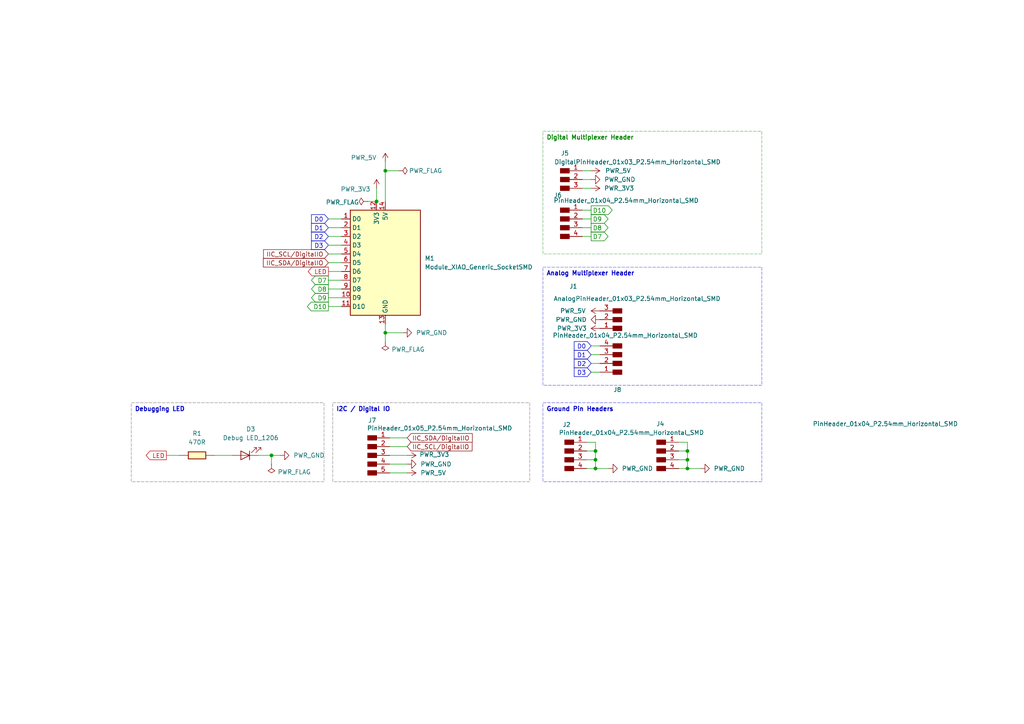
<source format=kicad_sch>
(kicad_sch (version 20231120) (generator "eeschema") (generator_version "8.0")
  (paper "A4")
  (lib_symbols
    (symbol "fab:LED_1206" (pin_numbers hide) (pin_names (offset 1.016) hide)
      (property "Reference" "D" (at 0 2.54 0))
      (property "Value" "LED_1206" (at 0 -2.54 0))
      (symbol "LED_1206_0_1"
        (polyline (pts (xy -1.27 -1.27) (xy -1.27 1.27)) (stroke (width 0.2032)))
        (polyline (pts (xy -1.27 0) (xy 1.27 0)))
        (polyline (pts (xy 1.27 -1.27) (xy 1.27 1.27) (xy -1.27 0) (xy 1.27 -1.27)) (stroke (width 0.2032)))
        (polyline (pts (xy -3.048 -0.762) (xy -4.572 -2.286) (xy -3.81 -2.286) (xy -4.572 -2.286) (xy -4.572 -1.524)))
        (polyline (pts (xy -1.778 -0.762) (xy -3.302 -2.286) (xy -2.54 -2.286) (xy -3.302 -2.286) (xy -3.302 -1.524)))
      )
      (symbol "LED_1206_1_1"
        (pin passive line (at -3.81 0 0) (length 2.54) (name "K") (number "1"))
        (pin passive line (at 3.81 0 180) (length 2.54) (name "A") (number "2"))
      )
    )
    (symbol "fab:Module_XIAO_Generic_SocketSMD"
      (property "Reference" "M" (at -10.16 16.51 0))
      (property "Value" "Module_XIAO_Generic_SocketSMD" (at 1.27 16.51 0))
      (symbol "Module_XIAO_Generic_SocketSMD_1_1"
        (rectangle (start -10.16 15.24) (end 10.16 -15.24) (stroke (width 0.254)) (fill (type background)))
        (pin bidirectional line (at -12.7 12.7 0) (length 2.54) (name "D0") (number "1"))
        (pin bidirectional line (at -12.7 -10.16 0) (length 2.54) (name "D9") (number "10"))
        (pin bidirectional line (at -12.7 -12.7 0) (length 2.54) (name "D10") (number "11"))
        (pin power_in line (at -2.54 17.78 270) (length 2.54) (name "3V3") (number "12"))
        (pin power_in line (at 0 -17.78 90) (length 2.54) (name "GND") (number "13"))
        (pin power_in line (at 0 17.78 270) (length 2.54) (name "5V") (number "14"))
        (pin bidirectional line (at -12.7 10.16 0) (length 2.54) (name "D1") (number "2"))
        (pin bidirectional line (at -12.7 7.62 0) (length 2.54) (name "D2") (number "3"))
        (pin bidirectional line (at -12.7 5.08 0) (length 2.54) (name "D3") (number "4"))
        (pin bidirectional line (at -12.7 2.54 0) (length 2.54) (name "D4") (number "5"))
        (pin bidirectional line (at -12.7 0 0) (length 2.54) (name "D5") (number "6"))
        (pin bidirectional line (at -12.7 -2.54 0) (length 2.54) (name "D6") (number "7"))
        (pin bidirectional line (at -12.7 -5.08 0) (length 2.54) (name "D7") (number "8"))
        (pin bidirectional line (at -12.7 -7.62 0) (length 2.54) (name "D8") (number "9"))
      )
    )
    (symbol "fab:PWR_3V3" (power) (pin_names (offset 0))
      (property "Value" "PWR_3V3" (at 0 3.556 0))
      (symbol "PWR_3V3_0_1"
        (polyline (pts (xy -0.762 1.27) (xy 0 2.54)))
        (polyline (pts (xy 0 0) (xy 0 2.54)))
        (polyline (pts (xy 0 2.54) (xy 0.762 1.27)))
      )
      (symbol "PWR_3V3_1_1"
        (pin power_in line (at 0 0 90) (length 0) hide (name "PWR_3V3") (number "1"))
      )
    )
    (symbol "fab:PWR_5V" (power) (pin_names (offset 0))
      (property "Value" "PWR_5V" (at 0 3.556 0))
      (symbol "PWR_5V_0_1"
        (polyline (pts (xy -0.762 1.27) (xy 0 2.54)))
        (polyline (pts (xy 0 0) (xy 0 2.54)))
        (polyline (pts (xy 0 2.54) (xy 0.762 1.27)))
      )
      (symbol "PWR_5V_1_1"
        (pin power_in line (at 0 0 90) (length 0) hide (name "PWR_5V") (number "1"))
      )
    )
    (symbol "fab:PWR_FLAG" (power) (pin_numbers hide) (pin_names (offset 0) hide)
      (property "Value" "PWR_FLAG" (at 0 3.81 0))
      (symbol "PWR_FLAG_0_1"
        (polyline (pts (xy 0 0) (xy 0 1.27) (xy -1.016 1.905) (xy 0 2.54) (xy 1.016 1.905) (xy 0 1.27)))
      )
      (symbol "PWR_FLAG_1_0"
        (pin power_out line (at 0 0 90) (length 0) (name "PWR_FLAG") (number "1"))
      )
    )
    (symbol "fab:PWR_GND" (power) (pin_names (offset 0))
      (property "Value" "PWR_GND" (at 0 -3.81 0))
      (symbol "PWR_GND_0_1"
        (polyline (pts (xy 0 0) (xy 0 -1.27) (xy 1.27 -1.27) (xy 0 -2.54) (xy -1.27 -1.27) (xy 0 -1.27)))
      )
      (symbol "PWR_GND_1_1"
        (pin power_in line (at 0 0 270) (length 0) hide (name "PWR_GND") (number "1"))
      )
    )
    (symbol "fab:PinHeader_01x03_P2.54mm_Horizontal_SMD" (pin_names hide)
      (property "Reference" "J" (at 0 5.08 0))
      (property "Value" "PinHeader_01x03_P2.54mm_Horizontal_SMD" (at 0 -5.08 0))
      (symbol "PinHeader_01x03_P2.54mm_Horizontal_SMD_1_1"
        (rectangle (start -1.27 -1.905) (end 1.27 -3.175) (stroke (width 0.254)) (fill (type outline)))
        (rectangle (start -1.27 0.635) (end 1.27 -0.635) (stroke (width 0.254)) (fill (type outline)))
        (rectangle (start -1.27 3.175) (end 1.27 1.905) (stroke (width 0.254)) (fill (type outline)))
        (pin passive line (at 5.08 2.54 180) (length 3.81) (name "Pin_1") (number "1"))
        (pin passive line (at 5.08 0 180) (length 3.81) (name "Pin_2") (number "2"))
        (pin passive line (at 5.08 -2.54 180) (length 3.81) (name "Pin_3") (number "3"))
      )
    )
    (symbol "fab:PinHeader_01x04_P2.54mm_Horizontal_SMD" (pin_names hide)
      (property "Reference" "J" (at 0 5.08 0))
      (property "Value" "PinHeader_01x04_P2.54mm_Horizontal_SMD" (at 0 -7.62 0))
      (symbol "PinHeader_01x04_P2.54mm_Horizontal_SMD_1_1"
        (rectangle (start -1.27 -4.445) (end 1.27 -5.715) (stroke (width 0.254)) (fill (type outline)))
        (rectangle (start -1.27 -1.905) (end 1.27 -3.175) (stroke (width 0.254)) (fill (type outline)))
        (rectangle (start -1.27 0.635) (end 1.27 -0.635) (stroke (width 0.254)) (fill (type outline)))
        (rectangle (start -1.27 3.175) (end 1.27 1.905) (stroke (width 0.254)) (fill (type outline)))
        (pin passive line (at 5.08 2.54 180) (length 3.81) (name "Pin_1") (number "1"))
        (pin passive line (at 5.08 0 180) (length 3.81) (name "Pin_2") (number "2"))
        (pin passive line (at 5.08 -2.54 180) (length 3.81) (name "Pin_3") (number "3"))
        (pin passive line (at 5.08 -5.08 180) (length 3.81) (name "Pin_4") (number "4"))
      )
    )
    (symbol "fab:PinHeader_01x05_P2.54mm_Horizontal_SMD" (pin_names hide)
      (property "Reference" "J" (at 0 7.62 0))
      (property "Value" "PinHeader_01x05_P2.54mm_Horizontal_SMD" (at 0 -7.62 0))
      (symbol "PinHeader_01x05_P2.54mm_Horizontal_SMD_1_1"
        (rectangle (start -1.27 -4.445) (end 1.27 -5.715) (stroke (width 0.254)) (fill (type outline)))
        (rectangle (start -1.27 -1.905) (end 1.27 -3.175) (stroke (width 0.254)) (fill (type outline)))
        (rectangle (start -1.27 0.635) (end 1.27 -0.635) (stroke (width 0.254)) (fill (type outline)))
        (rectangle (start -1.27 3.175) (end 1.27 1.905) (stroke (width 0.254)) (fill (type outline)))
        (rectangle (start -1.27 5.715) (end 1.27 4.445) (stroke (width 0.254)) (fill (type outline)))
        (pin passive line (at 5.08 5.08 180) (length 3.81) (name "Pin_1") (number "1"))
        (pin passive line (at 5.08 2.54 180) (length 3.81) (name "Pin_2") (number "2"))
        (pin passive line (at 5.08 0 180) (length 3.81) (name "Pin_3") (number "3"))
        (pin passive line (at 5.08 -2.54 180) (length 3.81) (name "Pin_4") (number "4"))
        (pin passive line (at 5.08 -5.08 180) (length 3.81) (name "Pin_5") (number "5"))
      )
    )
    (symbol "fab:R_1206" (pin_numbers hide) (pin_names (offset 0))
      (property "Reference" "R" (at 2.54 0 90))
      (property "Value" "R_1206" (at -2.54 0 90))
      (symbol "R_1206_0_1"
        (rectangle (start -1.016 -2.54) (end 1.016 2.54) (stroke (width 0.254)) (fill (type background)))
      )
      (symbol "R_1206_1_1"
        (pin passive line (at 0 5.08 270) (length 2.54) (name "~") (number "1"))
        (pin passive line (at 0 -5.08 90) (length 2.54) (name "~") (number "2"))
      )
    )
  )
  (junction (at 111.76 96.52))
  (junction (at 109.22 58.42))
  (junction (at 172.72 130.81))
  (junction (at 199.39 133.35))
  (junction (at 172.72 135.89))
  (junction (at 78.74 132.08))
  (junction (at 172.72 133.35))
  (junction (at 199.39 135.89))
  (junction (at 111.76 49.53))
  (junction (at 199.39 130.81))
  (wire (pts (xy 170.18 135.89) (xy 172.72 135.89)))
  (wire (pts (xy 171.45 63.5) (xy 168.91 63.5)))
  (wire (pts (xy 95.25 66.04) (xy 99.06 66.04)))
  (wire (pts (xy 113.03 137.16) (xy 118.11 137.16)))
  (wire (pts (xy 78.74 132.08) (xy 78.74 134.62)))
  (wire (pts (xy 196.85 130.81) (xy 199.39 130.81)))
  (wire (pts (xy 170.18 133.35) (xy 172.72 133.35)))
  (wire (pts (xy 95.25 63.5) (xy 99.06 63.5)))
  (wire (pts (xy 62.23 132.08) (xy 67.31 132.08)))
  (wire (pts (xy 95.25 78.74) (xy 99.06 78.74)))
  (wire (pts (xy 196.85 135.89) (xy 199.39 135.89)))
  (wire (pts (xy 109.22 58.42) (xy 109.22 54.61)))
  (wire (pts (xy 99.06 86.36) (xy 95.25 86.36)))
  (wire (pts (xy 168.91 66.04) (xy 171.45 66.04)))
  (wire (pts (xy 99.06 73.66) (xy 95.25 73.66)))
  (wire (pts (xy 199.39 133.35) (xy 199.39 135.89)))
  (wire (pts (xy 116.84 96.52) (xy 111.76 96.52)))
  (wire (pts (xy 109.22 58.42) (xy 106.68 58.42)))
  (wire (pts (xy 171.45 100.33) (xy 173.99 100.33)))
  (wire (pts (xy 171.45 54.61) (xy 168.91 54.61)))
  (wire (pts (xy 171.45 107.95) (xy 173.99 107.95)))
  (wire (pts (xy 111.76 96.52) (xy 111.76 93.98)))
  (wire (pts (xy 111.76 58.42) (xy 111.76 49.53)))
  (wire (pts (xy 111.76 99.06) (xy 111.76 96.52)))
  (wire (pts (xy 99.06 71.12) (xy 95.25 71.12)))
  (wire (pts (xy 168.91 68.58) (xy 171.45 68.58)))
  (wire (pts (xy 113.03 134.62) (xy 118.11 134.62)))
  (wire (pts (xy 172.72 128.27) (xy 172.72 130.81)))
  (wire (pts (xy 196.85 128.27) (xy 199.39 128.27)))
  (wire (pts (xy 99.06 81.28) (xy 95.25 81.28)))
  (wire (pts (xy 99.06 68.58) (xy 95.25 68.58)))
  (wire (pts (xy 171.45 102.87) (xy 173.99 102.87)))
  (wire (pts (xy 170.18 130.81) (xy 172.72 130.81)))
  (wire (pts (xy 74.93 132.08) (xy 78.74 132.08)))
  (wire (pts (xy 171.45 105.41) (xy 173.99 105.41)))
  (wire (pts (xy 199.39 130.81) (xy 199.39 133.35)))
  (wire (pts (xy 168.91 52.07) (xy 171.45 52.07)))
  (wire (pts (xy 113.03 129.54) (xy 118.11 129.54)))
  (wire (pts (xy 113.03 132.08) (xy 118.11 132.08)))
  (wire (pts (xy 172.72 133.35) (xy 172.72 135.89)))
  (wire (pts (xy 171.45 60.96) (xy 168.91 60.96)))
  (wire (pts (xy 111.76 49.53) (xy 111.76 46.99)))
  (wire (pts (xy 113.03 127) (xy 118.11 127)))
  (wire (pts (xy 171.45 49.53) (xy 168.91 49.53)))
  (wire (pts (xy 203.2 135.89) (xy 199.39 135.89)))
  (wire (pts (xy 170.18 128.27) (xy 172.72 128.27)))
  (wire (pts (xy 199.39 128.27) (xy 199.39 130.81)))
  (wire (pts (xy 78.74 132.08) (xy 81.28 132.08)))
  (wire (pts (xy 48.26 132.08) (xy 52.07 132.08)))
  (wire (pts (xy 95.25 88.9) (xy 99.06 88.9)))
  (wire (pts (xy 172.72 130.81) (xy 172.72 133.35)))
  (wire (pts (xy 99.06 83.82) (xy 95.25 83.82)))
  (wire (pts (xy 176.53 135.89) (xy 172.72 135.89)))
  (wire (pts (xy 99.06 76.2) (xy 95.25 76.2)))
  (wire (pts (xy 196.85 133.35) (xy 199.39 133.35)))
  (wire (pts (xy 115.57 49.53) (xy 111.76 49.53)))
  (text_box "Analog Multiplexer Header" (at 157.48 77.47 0) (size 63.5 34.29) (stroke (width 0.0254) (type dash) (color 0 0 194 1)) (effects (font (size 1.27 1.27) (thickness 0.254) (bold yes)) (justify left top)))
  (text_box "I2C / Digital IO" (at 96.52 116.84 0) (size 57.15 22.86) (stroke (width 0.0254) (type dash) (color 72 72 72 1)) (effects (font (size 1.27 1.27) (thickness 0.254) (bold yes)) (justify left top)))
  (text_box "Ground Pin Headers" (at 157.48 116.84 0) (size 63.5 22.86) (stroke (width 0.0254) (type dash) (color 0 0 194 1)) (effects (font (size 1.27 1.27) (thickness 0.254) (bold yes)) (justify left top)))
  (text_box "Digital Multiplexer Header" (at 157.48 38.1 0) (size 63.5 35.56) (stroke (width 0.0254) (type dash) (color 0 132 0 1)) (effects (font (size 1.27 1.27) (thickness 0.254) (bold yes)) (justify left top)))
  (text_box "Debugging LED" (at 38.1 116.84 0) (size 55.88 22.86) (stroke (width 0.0254) (type dash) (color 72 72 72 1)) (effects (font (size 1.27 1.27) (thickness 0.254) (bold yes)) (justify left top)))
  (global_label "D0" (shape input) (at 171.45 100.33 180) (property "Intersheetrefs" "${INTERSHEET_REFS}" (effects (hide yes))))
  (global_label "D1" (shape input) (at 171.45 102.87 180) (property "Intersheetrefs" "${INTERSHEET_REFS}" (effects (hide yes))))
  (global_label "D8" (shape output) (at 171.45 66.04 0) (property "Intersheetrefs" "${INTERSHEET_REFS}" (effects (hide yes))))
  (global_label "LED" (shape output) (at 95.25 78.74 180) (property "Intersheetrefs" "${INTERSHEET_REFS}" (effects (hide yes))))
  (global_label "D9" (shape output) (at 171.45 63.5 0) (property "Intersheetrefs" "${INTERSHEET_REFS}" (effects (hide yes))))
  (global_label "IIC_SDA{slash}DigitalIO" (shape input) (at 118.11 127 0) (property "Intersheetrefs" "${INTERSHEET_REFS}" (effects (hide yes))))
  (global_label "IIC_SDA{slash}DigitalIO" (shape input) (at 95.25 76.2 180) (property "Intersheetrefs" "${INTERSHEET_REFS}" (effects (hide yes))))
  (global_label "D2" (shape input) (at 171.45 105.41 180) (property "Intersheetrefs" "${INTERSHEET_REFS}" (effects (hide yes))))
  (global_label "D3" (shape input) (at 95.25 71.12 180) (property "Intersheetrefs" "${INTERSHEET_REFS}" (effects (hide yes))))
  (global_label "IIC_SCL{slash}DigitalIO" (shape input) (at 95.25 73.66 180) (property "Intersheetrefs" "${INTERSHEET_REFS}" (effects (hide yes))))
  (global_label "IIC_SCL{slash}DigitalIO" (shape input) (at 118.11 129.54 0) (property "Intersheetrefs" "${INTERSHEET_REFS}" (effects (hide yes))))
  (global_label "D2" (shape input) (at 95.25 68.58 180) (property "Intersheetrefs" "${INTERSHEET_REFS}" (effects (hide yes))))
  (global_label "D7" (shape output) (at 171.45 68.58 0) (property "Intersheetrefs" "${INTERSHEET_REFS}" (effects (hide yes))))
  (global_label "D9" (shape output) (at 95.25 86.36 180) (property "Intersheetrefs" "${INTERSHEET_REFS}" (effects (hide yes))))
  (global_label "D10" (shape output) (at 171.45 60.96 0) (property "Intersheetrefs" "${INTERSHEET_REFS}" (effects (hide yes))))
  (global_label "D3" (shape input) (at 171.45 107.95 180) (property "Intersheetrefs" "${INTERSHEET_REFS}" (effects (hide yes))))
  (global_label "D0" (shape input) (at 95.25 63.5 180) (property "Intersheetrefs" "${INTERSHEET_REFS}" (effects (hide yes))))
  (global_label "D7" (shape output) (at 95.25 81.28 180) (property "Intersheetrefs" "${INTERSHEET_REFS}" (effects (hide yes))))
  (global_label "D10" (shape output) (at 95.25 88.9 180) (property "Intersheetrefs" "${INTERSHEET_REFS}" (effects (hide yes))))
  (global_label "D1" (shape input) (at 95.25 66.04 180) (property "Intersheetrefs" "${INTERSHEET_REFS}" (effects (hide yes))))
  (global_label "LED" (shape output) (at 48.26 132.08 180) (property "Intersheetrefs" "${INTERSHEET_REFS}" (effects (hide yes))))
  (global_label "D8" (shape output) (at 95.25 83.82 180) (property "Intersheetrefs" "${INTERSHEET_REFS}" (effects (hide yes))))
  (symbol (lib_id "fab:PWR_3V3") (at 173.99 95.25 90) (unit 1)
    (property "Reference" "#PWR8" (effects (hide yes)))
    (property "Value" "PWR_3V3" (at 165.862 95.25 90))
    (property "Description" "Power symbol creates a global label with name \"+3V3\"" (effects (hide yes)))
  )
  (symbol (lib_id "fab:PinHeader_01x04_P2.54mm_Horizontal_SMD") (at 179.07 105.41 180) (unit 1)
    (property "Reference" "J8" (at 179.07 113.03 0))
    (property "Value" "PinHeader_01x04_P2.54mm_Horizontal_SMD" (at 181.356 97.282 0))
    (property "Footprint" "fab:PinHeader_01x04_P2.54mm_Horizontal_SMD" (effects (hide yes)))
    (property "Description" "Male connector, single row" (effects (hide yes)))
  )
  (symbol (lib_id "fab:PinHeader_01x04_P2.54mm_Horizontal_SMD") (at 191.77 130.81 0) (unit 1)
    (property "Reference" "J4" (at 191.516 122.936 0))
    (property "Value" "PinHeader_01x04_P2.54mm_Horizontal_SMD" (at 256.794 122.936 0))
    (property "Footprint" "fab:PinHeader_01x04_P2.54mm_Horizontal_SMD" (effects (hide yes)))
    (property "Description" "Male connector, single row" (effects (hide yes)))
  )
  (symbol (lib_id "fab:PWR_FLAG") (at 78.74 134.62 180) (unit 1)
    (property "Reference" "#FLG4" (effects (hide yes)))
    (property "Value" "PWR_FLAG" (at 85.344 136.906 0))
    (property "Description" "Special symbol for telling ERC where power comes from" (effects (hide yes)))
  )
  (symbol (lib_id "fab:PWR_3V3") (at 171.45 54.61 270) (unit 1)
    (property "Reference" "#PWR9" (effects (hide yes)))
    (property "Value" "PWR_3V3" (at 179.578 54.61 90))
    (property "Description" "Power symbol creates a global label with name \"+3V3\"" (effects (hide yes)))
  )
  (symbol (lib_id "fab:PWR_5V") (at 173.99 90.17 90) (unit 1)
    (property "Reference" "#PWR4" (effects (hide yes)))
    (property "Value" "PWR_5V" (at 169.926 90.17 90) (effects (justify left)))
    (property "Description" "Power symbol creates a global label with name \"+5V\"" (effects (hide yes)))
  )
  (symbol (lib_id "fab:PWR_GND") (at 203.2 135.89 90) (unit 1)
    (property "Reference" "#PWR15" (effects (hide yes)))
    (property "Value" "PWR_GND" (at 207.01 135.89 90) (effects (justify right)))
    (property "Description" "Power symbol creates a global label with name \"GND\" , ground" (effects (hide yes)))
  )
  (symbol (lib_id "fab:PWR_GND") (at 116.84 96.52 90) (unit 1)
    (property "Reference" "#PWR3" (effects (hide yes)))
    (property "Value" "PWR_GND" (at 120.65 96.5201 90) (effects (justify right)))
    (property "Description" "Power symbol creates a global label with name \"GND\" , ground" (effects (hide yes)))
  )
  (symbol (lib_id "fab:LED_1206") (at 71.12 132.08 180) (unit 1)
    (property "Reference" "D3" (at 72.7202 124.46 0))
    (property "Value" "Debug LED_1206" (at 72.7202 127 0))
    (property "Footprint" "fab:LED_1206" (effects (hide yes)))
    (property "Datasheet" "https://optoelectronics.liteon.com/upload/download/DS-22-98-0002/LTST-C150CKT.pdf" (effects (hide yes)))
    (property "Description" "Light emitting diode, Lite-On Inc. LTST, SMD" (effects (hide yes)))
  )
  (symbol (lib_id "fab:PinHeader_01x04_P2.54mm_Horizontal_SMD") (at 163.83 63.5 0) (unit 1)
    (property "Reference" "J6" (at 161.798 56.642 0))
    (property "Value" "PinHeader_01x04_P2.54mm_Horizontal_SMD" (at 181.61 58.166 0))
    (property "Footprint" "fab:PinHeader_01x04_P2.54mm_Horizontal_SMD" (effects (hide yes)))
    (property "Description" "Male connector, single row" (effects (hide yes)))
  )
  (symbol (lib_id "fab:PWR_3V3") (at 109.22 54.61 0) (unit 1)
    (property "Reference" "#PWR1" (effects (hide yes)))
    (property "Value" "PWR_3V3" (at 103.124 54.864 0))
    (property "Description" "Power symbol creates a global label with name \"+3V3\"" (effects (hide yes)))
  )
  (symbol (lib_id "fab:PWR_FLAG") (at 115.57 49.53 270) (unit 1)
    (property "Reference" "#FLG2" (effects (hide yes)))
    (property "Value" "PWR_FLAG" (at 123.444 49.53 90))
    (property "Description" "Special symbol for telling ERC where power comes from" (effects (hide yes)))
  )
  (symbol (lib_id "fab:PWR_GND") (at 171.45 52.07 90) (unit 1)
    (property "Reference" "#PWR12" (effects (hide yes)))
    (property "Value" "PWR_GND" (at 175.26 52.07 90) (effects (justify right)))
    (property "Description" "Power symbol creates a global label with name \"GND\" , ground" (effects (hide yes)))
  )
  (symbol (lib_id "fab:PWR_GND") (at 81.28 132.08 90) (unit 1)
    (property "Reference" "#PWR7" (effects (hide yes)))
    (property "Value" "PWR_GND" (at 85.09 132.0801 90) (effects (justify right)))
    (property "Description" "Power symbol creates a global label with name \"GND\" , ground" (effects (hide yes)))
  )
  (symbol (lib_id "fab:PinHeader_01x03_P2.54mm_Horizontal_SMD") (at 163.83 52.07 0) (unit 1)
    (property "Reference" "J5" (at 163.83 44.45 0))
    (property "Value" "DigitalPinHeader_01x03_P2.54mm_Horizontal_SMD" (at 184.912 46.99 0))
    (property "Footprint" "fab:PinHeader_01x03_P2.54mm_Horizontal_SMD" (effects (hide yes)))
    (property "Description" "Male connector, single row" (effects (hide yes)))
  )
  (symbol (lib_id "fab:PinHeader_01x03_P2.54mm_Horizontal_SMD") (at 179.07 92.71 180) (unit 1)
    (property "Reference" "J1" (at 165.1 83.058 0) (effects (justify right)))
    (property "Value" "AnalogPinHeader_01x03_P2.54mm_Horizontal_SMD" (at 160.528 86.614 0) (effects (justify right)))
    (property "Footprint" "fab:PinHeader_01x03_P2.54mm_Horizontal_SMD" (effects (hide yes)))
    (property "Description" "Male connector, single row" (effects (hide yes)))
  )
  (symbol (lib_id "fab:PWR_FLAG") (at 106.68 58.42 90) (unit 1)
    (property "Reference" "#FLG1" (effects (hide yes)))
    (property "Value" "PWR_FLAG" (at 99.314 58.674 90))
    (property "Description" "Special symbol for telling ERC where power comes from" (effects (hide yes)))
  )
  (symbol (lib_id "fab:PWR_FLAG") (at 111.76 99.06 180) (unit 1)
    (property "Reference" "#FLG3" (effects (hide yes)))
    (property "Value" "PWR_FLAG" (at 118.364 101.346 0))
    (property "Description" "Special symbol for telling ERC where power comes from" (effects (hide yes)))
  )
  (symbol (lib_id "fab:Module_XIAO_Generic_SocketSMD") (at 111.76 76.2 0) (unit 1)
    (property "Reference" "M1" (at 123.19 74.9299 0) (effects (justify left)))
    (property "Value" "Module_XIAO_Generic_SocketSMD" (at 123.19 77.4699 0) (effects (justify left)))
    (property "Footprint" "fab:Module_XIAO_Generic_SocketSMD" (effects (hide yes)))
    (property "Datasheet" "https://wiki.seeedstudio.com/xiao_topic_page/" (effects (hide yes)))
    (property "Description" "The Seeed Studio XIAO series, named after the Chinese word for \"small,\" comprises tiny development boards based on various hardware platforms of ESP32, SAMD21, RP2040, nRF52840, RP2350 and RA4M1, MG24" (effects (hide yes)))
  )
  (symbol (lib_id "fab:PinHeader_01x05_P2.54mm_Horizontal_SMD") (at 107.95 132.08 0) (unit 1)
    (property "Reference" "J7" (at 107.95 121.92 0))
    (property "Value" "PinHeader_01x05_P2.54mm_Horizontal_SMD" (at 127.508 124.206 0))
    (property "Footprint" "fab:PinHeader_01x05_P2.54mm_Horizontal_SMD" (effects (hide yes)))
    (property "Description" "Male connector, single row" (effects (hide yes)))
  )
  (symbol (lib_id "fab:PWR_5V") (at 171.45 49.53 270) (unit 1)
    (property "Reference" "#PWR11" (effects (hide yes)))
    (property "Value" "PWR_5V" (at 175.514 49.53 90) (effects (justify left)))
    (property "Description" "Power symbol creates a global label with name \"+5V\"" (effects (hide yes)))
  )
  (symbol (lib_id "fab:PinHeader_01x04_P2.54mm_Horizontal_SMD") (at 165.1 130.81 0) (unit 1)
    (property "Reference" "J2" (at 164.338 123.19 0))
    (property "Value" "PinHeader_01x04_P2.54mm_Horizontal_SMD" (at 183.134 125.476 0))
    (property "Footprint" "fab:PinHeader_01x04_P2.54mm_Horizontal_SMD" (effects (hide yes)))
    (property "Description" "Male connector, single row" (effects (hide yes)))
  )
  (symbol (lib_id "fab:PWR_5V") (at 118.11 137.16 270) (unit 1)
    (property "Reference" "#PWR10" (effects (hide yes)))
    (property "Value" "PWR_5V" (at 121.92 137.1599 90) (effects (justify left)))
    (property "Description" "Power symbol creates a global label with name \"+5V\"" (effects (hide yes)))
  )
  (symbol (lib_id "fab:R_1206") (at 57.15 132.08 90) (unit 1)
    (property "Reference" "R1" (at 57.15 125.73 90))
    (property "Value" "470R" (at 57.15 128.27 90))
    (property "Footprint" "fab:R_1206" (effects (hide yes)))
    (property "Description" "Resistor" (effects (hide yes)))
  )
  (symbol (lib_id "fab:PWR_5V") (at 111.76 46.99 0) (unit 1)
    (property "Reference" "#PWR2" (effects (hide yes)))
    (property "Value" "PWR_5V" (at 109.22 45.7201 0) (effects (justify right)))
    (property "Description" "Power symbol creates a global label with name \"+5V\"" (effects (hide yes)))
  )
  (symbol (lib_id "fab:PWR_3V3") (at 118.11 132.08 270) (unit 1)
    (property "Reference" "#PWR5" (effects (hide yes)))
    (property "Value" "PWR_3V3" (at 125.984 131.826 90))
    (property "Description" "Power symbol creates a global label with name \"+3V3\"" (effects (hide yes)))
  )
  (symbol (lib_id "fab:PWR_GND") (at 118.11 134.62 90) (unit 1)
    (property "Reference" "#PWR13" (effects (hide yes)))
    (property "Value" "PWR_GND" (at 121.92 134.6199 90) (effects (justify right)))
    (property "Description" "Power symbol creates a global label with name \"GND\" , ground" (effects (hide yes)))
  )
  (symbol (lib_id "fab:PWR_GND") (at 173.99 92.71 270) (unit 1)
    (property "Reference" "#PWR6" (effects (hide yes)))
    (property "Value" "PWR_GND" (at 170.18 92.71 90) (effects (justify right)))
    (property "Description" "Power symbol creates a global label with name \"GND\" , ground" (effects (hide yes)))
  )
  (symbol (lib_id "fab:PWR_GND") (at 176.53 135.89 90) (unit 1)
    (property "Reference" "#PWR14" (effects (hide yes)))
    (property "Value" "PWR_GND" (at 180.34 135.89 90) (effects (justify right)))
    (property "Description" "Power symbol creates a global label with name \"GND\" , ground" (effects (hide yes)))
  )
)
</source>
